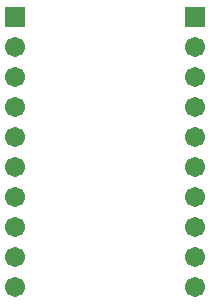
<source format=gbs>
G04 DipTrace 3.1.0.1*
G04 MSP440FR2311.gbs*
%MOIN*%
G04 #@! TF.FileFunction,Soldermask,Bot*
G04 #@! TF.Part,Single*
%ADD28C,0.067055*%
%ADD30R,0.067055X0.067055*%
%FSLAX26Y26*%
G04*
G70*
G90*
G75*
G01*
G04 BotMask*
%LPD*%
D30*
X464390Y1369000D3*
D28*
Y1269000D3*
Y1169000D3*
Y1069000D3*
Y969000D3*
Y869000D3*
Y769000D3*
Y669000D3*
Y569000D3*
Y469000D3*
D30*
X1063610Y1369000D3*
D28*
Y1269000D3*
Y1169000D3*
Y1069000D3*
Y969000D3*
Y869000D3*
Y769000D3*
Y669000D3*
Y569000D3*
Y469000D3*
M02*

</source>
